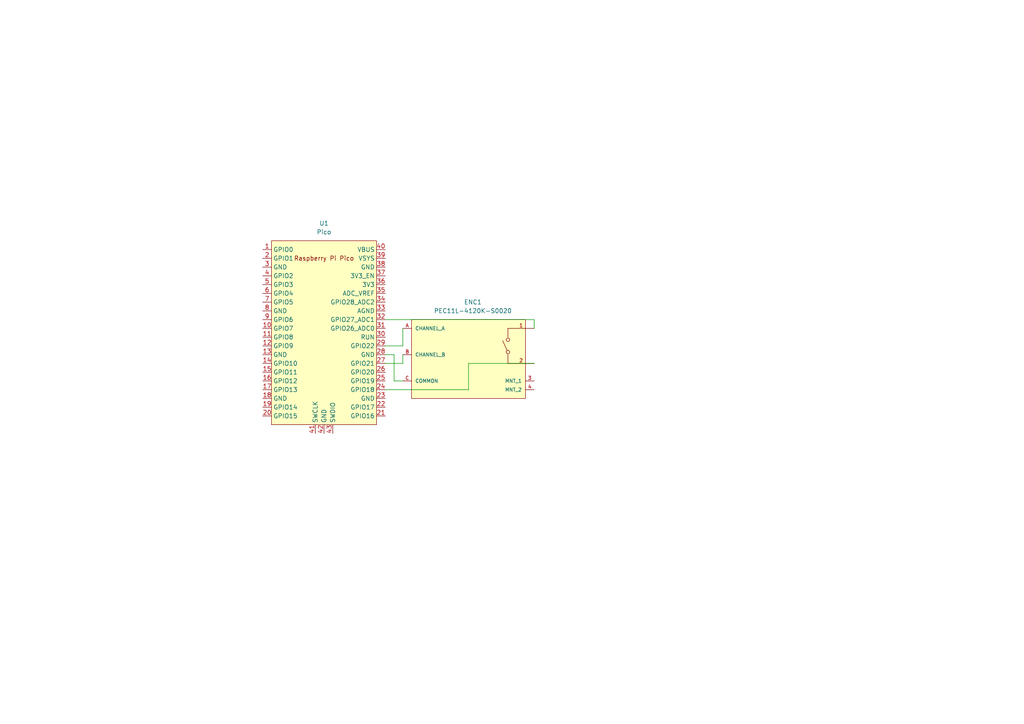
<source format=kicad_sch>
(kicad_sch (version 20230121) (generator eeschema)
  (paper "A4")
  (lib_symbols
    (symbol "Bourns-PEC11L-4120K-S0020:PEC11L-4120K-S0020" (pin_names (offset 1.016))
      (property "Reference" "ENC" (at 0 5.08 0))
      (property "Value" "PEC11L-4120K-S0020" (at 0 7.62 0))
      (symbol "PEC11L-4120K-S0020_1_1"
        (polyline (pts (xy 32.766 -6.35) (xy 31.496 -3.556)))
        (polyline (pts (xy 33.02 -7.62) (xy 33.02 -10.16)))
        (polyline (pts (xy 33.02 0) (xy 33.02 -2.54)))
        (polyline (pts (xy 40.64 -10.16) (xy 40.64 -10.16)))
        (polyline (pts (xy 40.64 0) (xy 40.64 0)))
        (rectangle (start 5.08 2.54) (end 38.1 -20.32) (fill (type background)))
        (circle (center 33.02 -6.858) (radius 0.508))
        (circle (center 33.02 -3.302) (radius 0.508))
        (pin passive line (at 40.64 0 180) (length 7.62) (name "1") (number "1"))
        (pin passive line (at 40.64 -10.16 180) (length 7.62) (name "2") (number "2"))
        (pin passive line (at 40.64 -15.24 180) (length 2.54) (name "MNT_1") (number "3"))
        (pin passive line (at 40.64 -17.78 180) (length 2.54) (name "MNT_2") (number "4"))
        (pin passive line (at 2.54 0 0) (length 2.54) (name "CHANNEL_A") (number "A"))
        (pin passive line (at 2.54 -7.62 0) (length 2.54) (name "CHANNEL_B") (number "B"))
        (pin passive line (at 2.54 -15.24 0) (length 2.54) (name "COMMON") (number "C"))
      )
    )
    (symbol "MCU_RaspberryPi_and_Boards:Pico"
      (property "Reference" "U" (at -13.97 27.94 0))
      (property "Value" "Pico" (at 0 19.05 0))
      (symbol "Pico_0_0"
        (text "Raspberry Pi Pico" (at 0 21.59 0) (effects (font (size 1.27 1.27))))
      )
      (symbol "Pico_0_1"
        (rectangle (start -15.24 26.67) (end 15.24 -26.67) (fill (type background)))
      )
      (symbol "Pico_1_1"
        (pin bidirectional line (at -17.78 24.13 0) (length 2.54) (name "GPIO0") (number "1"))
        (pin bidirectional line (at -17.78 1.27 0) (length 2.54) (name "GPIO7") (number "10"))
        (pin bidirectional line (at -17.78 -1.27 0) (length 2.54) (name "GPIO8") (number "11"))
        (pin bidirectional line (at -17.78 -3.81 0) (length 2.54) (name "GPIO9") (number "12"))
        (pin power_in line (at -17.78 -6.35 0) (length 2.54) (name "GND") (number "13"))
        (pin bidirectional line (at -17.78 -8.89 0) (length 2.54) (name "GPIO10") (number "14"))
        (pin bidirectional line (at -17.78 -11.43 0) (length 2.54) (name "GPIO11") (number "15"))
        (pin bidirectional line (at -17.78 -13.97 0) (length 2.54) (name "GPIO12") (number "16"))
        (pin bidirectional line (at -17.78 -16.51 0) (length 2.54) (name "GPIO13") (number "17"))
        (pin power_in line (at -17.78 -19.05 0) (length 2.54) (name "GND") (number "18"))
        (pin bidirectional line (at -17.78 -21.59 0) (length 2.54) (name "GPIO14") (number "19"))
        (pin bidirectional line (at -17.78 21.59 0) (length 2.54) (name "GPIO1") (number "2"))
        (pin bidirectional line (at -17.78 -24.13 0) (length 2.54) (name "GPIO15") (number "20"))
        (pin bidirectional line (at 17.78 -24.13 180) (length 2.54) (name "GPIO16") (number "21"))
        (pin bidirectional line (at 17.78 -21.59 180) (length 2.54) (name "GPIO17") (number "22"))
        (pin power_in line (at 17.78 -19.05 180) (length 2.54) (name "GND") (number "23"))
        (pin bidirectional line (at 17.78 -16.51 180) (length 2.54) (name "GPIO18") (number "24"))
        (pin bidirectional line (at 17.78 -13.97 180) (length 2.54) (name "GPIO19") (number "25"))
        (pin bidirectional line (at 17.78 -11.43 180) (length 2.54) (name "GPIO20") (number "26"))
        (pin bidirectional line (at 17.78 -8.89 180) (length 2.54) (name "GPIO21") (number "27"))
        (pin power_in line (at 17.78 -6.35 180) (length 2.54) (name "GND") (number "28"))
        (pin bidirectional line (at 17.78 -3.81 180) (length 2.54) (name "GPIO22") (number "29"))
        (pin power_in line (at -17.78 19.05 0) (length 2.54) (name "GND") (number "3"))
        (pin input line (at 17.78 -1.27 180) (length 2.54) (name "RUN") (number "30"))
        (pin bidirectional line (at 17.78 1.27 180) (length 2.54) (name "GPIO26_ADC0") (number "31"))
        (pin bidirectional line (at 17.78 3.81 180) (length 2.54) (name "GPIO27_ADC1") (number "32"))
        (pin power_in line (at 17.78 6.35 180) (length 2.54) (name "AGND") (number "33"))
        (pin bidirectional line (at 17.78 8.89 180) (length 2.54) (name "GPIO28_ADC2") (number "34"))
        (pin power_in line (at 17.78 11.43 180) (length 2.54) (name "ADC_VREF") (number "35"))
        (pin power_in line (at 17.78 13.97 180) (length 2.54) (name "3V3") (number "36"))
        (pin input line (at 17.78 16.51 180) (length 2.54) (name "3V3_EN") (number "37"))
        (pin bidirectional line (at 17.78 19.05 180) (length 2.54) (name "GND") (number "38"))
        (pin power_in line (at 17.78 21.59 180) (length 2.54) (name "VSYS") (number "39"))
        (pin bidirectional line (at -17.78 16.51 0) (length 2.54) (name "GPIO2") (number "4"))
        (pin power_in line (at 17.78 24.13 180) (length 2.54) (name "VBUS") (number "40"))
        (pin input line (at -2.54 -29.21 90) (length 2.54) (name "SWCLK") (number "41"))
        (pin power_in line (at 0 -29.21 90) (length 2.54) (name "GND") (number "42"))
        (pin bidirectional line (at 2.54 -29.21 90) (length 2.54) (name "SWDIO") (number "43"))
        (pin bidirectional line (at -17.78 13.97 0) (length 2.54) (name "GPIO3") (number "5"))
        (pin bidirectional line (at -17.78 11.43 0) (length 2.54) (name "GPIO4") (number "6"))
        (pin bidirectional line (at -17.78 8.89 0) (length 2.54) (name "GPIO5") (number "7"))
        (pin power_in line (at -17.78 6.35 0) (length 2.54) (name "GND") (number "8"))
        (pin bidirectional line (at -17.78 3.81 0) (length 2.54) (name "GPIO6") (number "9"))
      )
    )
  )
  (wire (pts (xy 116.84 110.49) (xy 114.3 110.49)))
  (wire (pts (xy 114.3 102.87) (xy 111.76 102.87)))
  (wire (pts (xy 154.94 92.71) (xy 111.76 92.71)))
  (wire (pts (xy 135.89 105.41) (xy 135.89 113.03)))
  (wire (pts (xy 116.84 95.25) (xy 116.84 100.33)))
  (wire (pts (xy 114.3 110.49) (xy 114.3 102.87)))
  (wire (pts (xy 135.89 113.03) (xy 111.76 113.03)))
  (wire (pts (xy 116.84 100.33) (xy 111.76 100.33)))
  (wire (pts (xy 154.94 105.41) (xy 135.89 105.41)))
  (wire (pts (xy 116.84 102.87) (xy 116.84 105.41)))
  (wire (pts (xy 154.94 95.25) (xy 154.94 92.71)))
  (wire (pts (xy 111.76 105.41) (xy 116.84 105.41)))
  (symbol (lib_id "MCU_RaspberryPi_and_Boards:Pico") (at 93.98 96.52 0) (unit 1)
    (property "Reference" "U1" (at 93.98 64.77 0))
    (property "Value" "Pico" (at 93.98 67.31 0))
    (property "Footprint" "MCU_RaspberryPi_and_Boards:RPi_Pico_SMD_TH" (effects hide))
  )
  (symbol (lib_id "Bourns-PEC11L-4120K-S0020:PEC11L-4120K-S0020") (at 114.3 95.25 0) (unit 1)
    (property "Reference" "ENC1" (at 137.16 87.63 0))
    (property "Value" "PEC11L-4120K-S0020" (at 137.16 90.17 0))
    (property "Footprint" "Bourns-PEC11L-4120K-S0020:Bourns-PEC11L-4120K-S0020-MFG" (effects hide))
    (property "Datasheet" "https://www.bourns.com/docs/Product-Datasheets/PEC11L.pdf" (effects hide))
    (property "automotive" "No" (effects hide))
    (property "category" "Enc" (effects hide))
    (property "current rating" "10mA" (effects hide))
    (property "detent" "Yes" (effects hide))
    (property "device class L1" "Electromechanical" (effects hide))
    (property "device class L2" "Switches" (effects hide))
    (property "device class L3" "Encoders" (effects hide))
    (property "digikey description" "ROTARY ENCODER MECHANICAL 20PPR" (effects hide))
    (property "digikey part number" "118-PEC11L-4120K-S0020-ND" (effects hide))
    (property "encoder type" "Incremental" (effects hide))
    (property "height" "25.3mm" (effects hide))
    (property "lead free" "Yes" (effects hide))
    (property "library id" "a1972dbe9c2e5421" (effects hide))
    (property "manufacturer" "Bourns" (effects hide))
    (property "mouser description" "Encoders ENCODER" (effects hide))
    (property "mouser part number" "652-PEC11L4120KS0020" (effects hide))
    (property "package" "PTH_ENC" (effects hide))
    (property "pulses per rev" "20" (effects hide))
    (property "rohs" "Yes" (effects hide))
    (property "temperature range high" "+80°C" (effects hide))
    (property "temperature range low" "-25°C" (effects hide))
    (property "voltage rating DC" "5V" (effects hide))
  )
)
</source>
